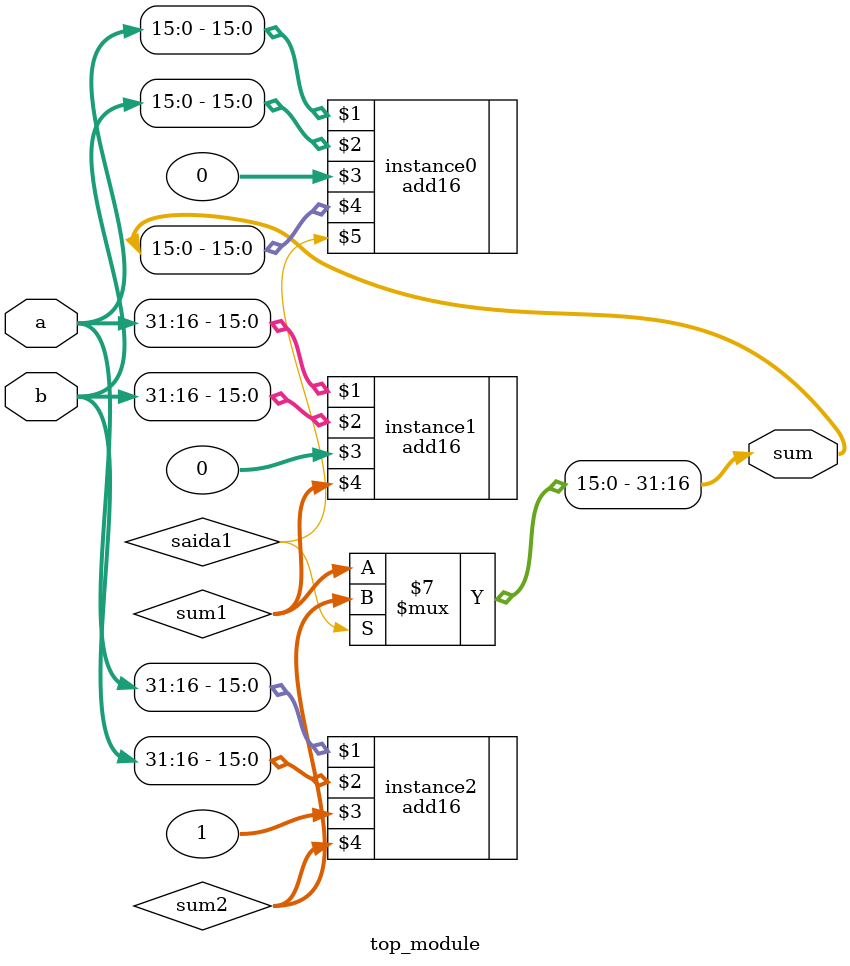
<source format=v>
module top_module (
    input [31:0] a,
    input [31:0] b,
    output [31:0] sum
);//

    wire saida1;
    wire [15:0] sum1;
    wire [15:0] sum2;
    
    add16 instance0 ( a[15:0] , b[15:0], 0, sum[15:0], saida1);
    add16 instance1 ( a[31:16] , b[31:16], 0, sum1[15:0]);
    add16 instance2 ( a[31:16] , b[31:16], 1, sum2[15:0]);
    
    always @(*) begin
        if (saida1 == 0)
            sum[31:16] = sum1[15:0];
        else
            sum[31:16] = sum2[15:0];
    end
    
    
    
    
endmodule

</source>
